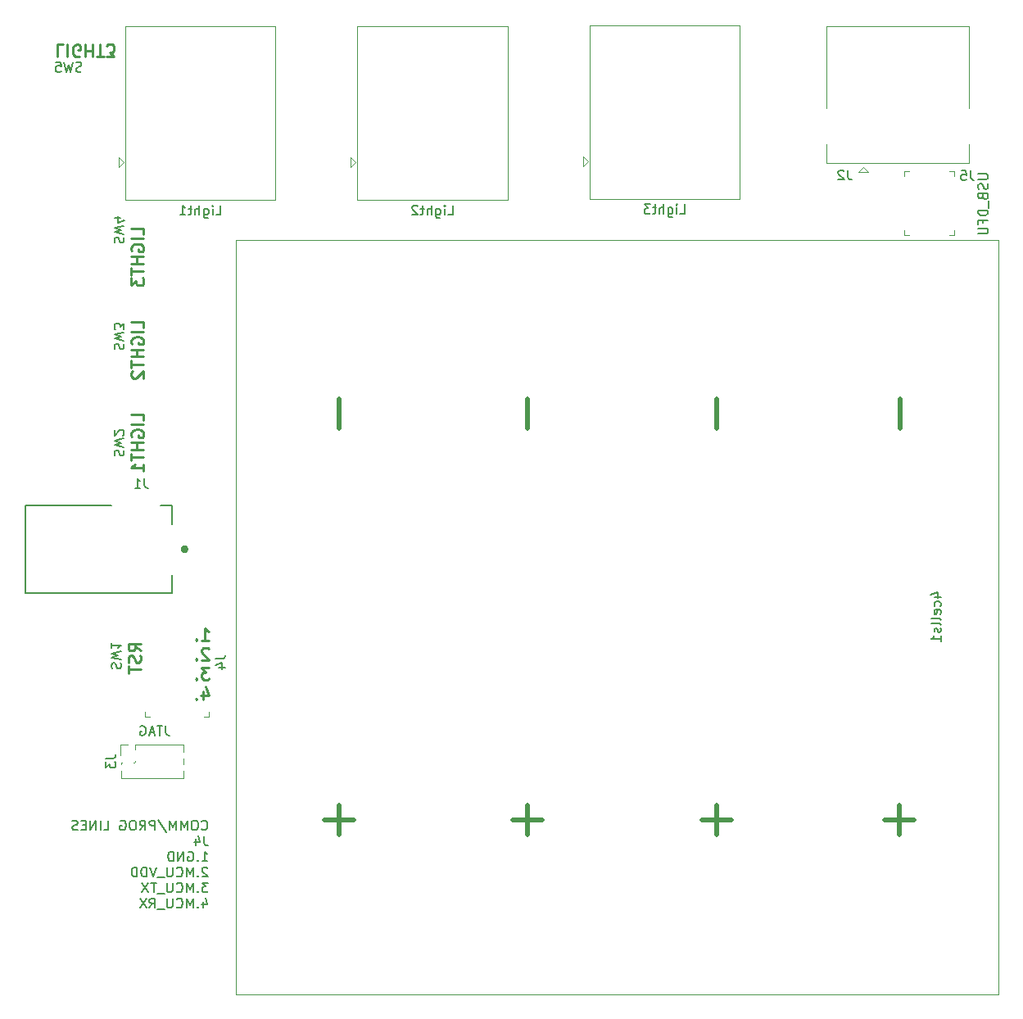
<source format=gbo>
G04 #@! TF.GenerationSoftware,KiCad,Pcbnew,(6.0.6)*
G04 #@! TF.CreationDate,2023-10-25T22:22:06+02:00*
G04 #@! TF.ProjectId,SHS_DCDC,5348535f-4443-4444-932e-6b696361645f,rev?*
G04 #@! TF.SameCoordinates,Original*
G04 #@! TF.FileFunction,Legend,Bot*
G04 #@! TF.FilePolarity,Positive*
%FSLAX46Y46*%
G04 Gerber Fmt 4.6, Leading zero omitted, Abs format (unit mm)*
G04 Created by KiCad (PCBNEW (6.0.6)) date 2023-10-25 22:22:06*
%MOMM*%
%LPD*%
G01*
G04 APERTURE LIST*
%ADD10C,0.200000*%
%ADD11C,0.250000*%
%ADD12C,0.150000*%
%ADD13C,0.500000*%
%ADD14C,0.120000*%
%ADD15C,0.127000*%
%ADD16C,0.400000*%
%ADD17C,0.100000*%
%ADD18C,2.700000*%
%ADD19C,0.610000*%
%ADD20R,1.524000X1.524000*%
%ADD21C,1.524000*%
%ADD22C,3.500000*%
%ADD23C,2.200000*%
%ADD24O,2.000000X4.000000*%
%ADD25O,4.000000X2.000000*%
%ADD26C,2.000000*%
%ADD27C,2.600000*%
%ADD28R,1.000000X1.000000*%
%ADD29O,1.000000X1.000000*%
%ADD30C,3.200000*%
%ADD31R,1.500000X1.500000*%
%ADD32C,1.500000*%
%ADD33C,2.020000*%
%ADD34C,3.600000*%
G04 APERTURE END LIST*
D10*
X12866666Y-71252380D02*
X12866666Y-71966666D01*
X12914285Y-72109523D01*
X13009523Y-72204761D01*
X13152380Y-72252380D01*
X13247619Y-72252380D01*
X12533333Y-71252380D02*
X11961904Y-71252380D01*
X12247619Y-72252380D02*
X12247619Y-71252380D01*
X11676190Y-71966666D02*
X11200000Y-71966666D01*
X11771428Y-72252380D02*
X11438095Y-71252380D01*
X11104761Y-72252380D01*
X10247619Y-71300000D02*
X10342857Y-71252380D01*
X10485714Y-71252380D01*
X10628571Y-71300000D01*
X10723809Y-71395238D01*
X10771428Y-71490476D01*
X10819047Y-71680952D01*
X10819047Y-71823809D01*
X10771428Y-72014285D01*
X10723809Y-72109523D01*
X10628571Y-72204761D01*
X10485714Y-72252380D01*
X10390476Y-72252380D01*
X10247619Y-72204761D01*
X10200000Y-72157142D01*
X10200000Y-71823809D01*
X10390476Y-71823809D01*
D11*
X2269642Y-825476D02*
X1664880Y-825476D01*
X1664880Y-2095476D01*
X2692976Y-825476D02*
X2692976Y-2095476D01*
X3962976Y-2035000D02*
X3842023Y-2095476D01*
X3660595Y-2095476D01*
X3479166Y-2035000D01*
X3358214Y-1914047D01*
X3297738Y-1793095D01*
X3237261Y-1551190D01*
X3237261Y-1369761D01*
X3297738Y-1127857D01*
X3358214Y-1006904D01*
X3479166Y-885952D01*
X3660595Y-825476D01*
X3781547Y-825476D01*
X3962976Y-885952D01*
X4023452Y-946428D01*
X4023452Y-1369761D01*
X3781547Y-1369761D01*
X4567738Y-825476D02*
X4567738Y-2095476D01*
X4567738Y-1490714D02*
X5293452Y-1490714D01*
X5293452Y-825476D02*
X5293452Y-2095476D01*
X5716785Y-2095476D02*
X6442500Y-2095476D01*
X6079642Y-825476D02*
X6079642Y-2095476D01*
X6744880Y-2095476D02*
X7531071Y-2095476D01*
X7107738Y-1611666D01*
X7289166Y-1611666D01*
X7410119Y-1551190D01*
X7470595Y-1490714D01*
X7531071Y-1369761D01*
X7531071Y-1067380D01*
X7470595Y-946428D01*
X7410119Y-885952D01*
X7289166Y-825476D01*
X6926309Y-825476D01*
X6805357Y-885952D01*
X6744880Y-946428D01*
D10*
X16560476Y-81932142D02*
X16608095Y-81979761D01*
X16750952Y-82027380D01*
X16846190Y-82027380D01*
X16989047Y-81979761D01*
X17084285Y-81884523D01*
X17131904Y-81789285D01*
X17179523Y-81598809D01*
X17179523Y-81455952D01*
X17131904Y-81265476D01*
X17084285Y-81170238D01*
X16989047Y-81075000D01*
X16846190Y-81027380D01*
X16750952Y-81027380D01*
X16608095Y-81075000D01*
X16560476Y-81122619D01*
X15941428Y-81027380D02*
X15750952Y-81027380D01*
X15655714Y-81075000D01*
X15560476Y-81170238D01*
X15512857Y-81360714D01*
X15512857Y-81694047D01*
X15560476Y-81884523D01*
X15655714Y-81979761D01*
X15750952Y-82027380D01*
X15941428Y-82027380D01*
X16036666Y-81979761D01*
X16131904Y-81884523D01*
X16179523Y-81694047D01*
X16179523Y-81360714D01*
X16131904Y-81170238D01*
X16036666Y-81075000D01*
X15941428Y-81027380D01*
X15084285Y-82027380D02*
X15084285Y-81027380D01*
X14750952Y-81741666D01*
X14417619Y-81027380D01*
X14417619Y-82027380D01*
X13941428Y-82027380D02*
X13941428Y-81027380D01*
X13608095Y-81741666D01*
X13274761Y-81027380D01*
X13274761Y-82027380D01*
X12084285Y-80979761D02*
X12941428Y-82265476D01*
X11750952Y-82027380D02*
X11750952Y-81027380D01*
X11370000Y-81027380D01*
X11274761Y-81075000D01*
X11227142Y-81122619D01*
X11179523Y-81217857D01*
X11179523Y-81360714D01*
X11227142Y-81455952D01*
X11274761Y-81503571D01*
X11370000Y-81551190D01*
X11750952Y-81551190D01*
X10179523Y-82027380D02*
X10512857Y-81551190D01*
X10750952Y-82027380D02*
X10750952Y-81027380D01*
X10370000Y-81027380D01*
X10274761Y-81075000D01*
X10227142Y-81122619D01*
X10179523Y-81217857D01*
X10179523Y-81360714D01*
X10227142Y-81455952D01*
X10274761Y-81503571D01*
X10370000Y-81551190D01*
X10750952Y-81551190D01*
X9560476Y-81027380D02*
X9370000Y-81027380D01*
X9274761Y-81075000D01*
X9179523Y-81170238D01*
X9131904Y-81360714D01*
X9131904Y-81694047D01*
X9179523Y-81884523D01*
X9274761Y-81979761D01*
X9370000Y-82027380D01*
X9560476Y-82027380D01*
X9655714Y-81979761D01*
X9750952Y-81884523D01*
X9798571Y-81694047D01*
X9798571Y-81360714D01*
X9750952Y-81170238D01*
X9655714Y-81075000D01*
X9560476Y-81027380D01*
X8179523Y-81075000D02*
X8274761Y-81027380D01*
X8417619Y-81027380D01*
X8560476Y-81075000D01*
X8655714Y-81170238D01*
X8703333Y-81265476D01*
X8750952Y-81455952D01*
X8750952Y-81598809D01*
X8703333Y-81789285D01*
X8655714Y-81884523D01*
X8560476Y-81979761D01*
X8417619Y-82027380D01*
X8322380Y-82027380D01*
X8179523Y-81979761D01*
X8131904Y-81932142D01*
X8131904Y-81598809D01*
X8322380Y-81598809D01*
X6465238Y-82027380D02*
X6941428Y-82027380D01*
X6941428Y-81027380D01*
X6131904Y-82027380D02*
X6131904Y-81027380D01*
X5655714Y-82027380D02*
X5655714Y-81027380D01*
X5084285Y-82027380D01*
X5084285Y-81027380D01*
X4608095Y-81503571D02*
X4274761Y-81503571D01*
X4131904Y-82027380D02*
X4608095Y-82027380D01*
X4608095Y-81027380D01*
X4131904Y-81027380D01*
X3750952Y-81979761D02*
X3608095Y-82027380D01*
X3370000Y-82027380D01*
X3274761Y-81979761D01*
X3227142Y-81932142D01*
X3179523Y-81836904D01*
X3179523Y-81741666D01*
X3227142Y-81646428D01*
X3274761Y-81598809D01*
X3370000Y-81551190D01*
X3560476Y-81503571D01*
X3655714Y-81455952D01*
X3703333Y-81408333D01*
X3750952Y-81313095D01*
X3750952Y-81217857D01*
X3703333Y-81122619D01*
X3655714Y-81075000D01*
X3560476Y-81027380D01*
X3322380Y-81027380D01*
X3179523Y-81075000D01*
X16846190Y-82637380D02*
X16846190Y-83351666D01*
X16893809Y-83494523D01*
X16989047Y-83589761D01*
X17131904Y-83637380D01*
X17227142Y-83637380D01*
X15941428Y-82970714D02*
X15941428Y-83637380D01*
X16179523Y-82589761D02*
X16417619Y-83304047D01*
X15798571Y-83304047D01*
X16608095Y-85247380D02*
X17179523Y-85247380D01*
X16893809Y-85247380D02*
X16893809Y-84247380D01*
X16989047Y-84390238D01*
X17084285Y-84485476D01*
X17179523Y-84533095D01*
X16179523Y-85152142D02*
X16131904Y-85199761D01*
X16179523Y-85247380D01*
X16227142Y-85199761D01*
X16179523Y-85152142D01*
X16179523Y-85247380D01*
X15179523Y-84295000D02*
X15274761Y-84247380D01*
X15417619Y-84247380D01*
X15560476Y-84295000D01*
X15655714Y-84390238D01*
X15703333Y-84485476D01*
X15750952Y-84675952D01*
X15750952Y-84818809D01*
X15703333Y-85009285D01*
X15655714Y-85104523D01*
X15560476Y-85199761D01*
X15417619Y-85247380D01*
X15322380Y-85247380D01*
X15179523Y-85199761D01*
X15131904Y-85152142D01*
X15131904Y-84818809D01*
X15322380Y-84818809D01*
X14703333Y-85247380D02*
X14703333Y-84247380D01*
X14131904Y-85247380D01*
X14131904Y-84247380D01*
X13655714Y-85247380D02*
X13655714Y-84247380D01*
X13417619Y-84247380D01*
X13274761Y-84295000D01*
X13179523Y-84390238D01*
X13131904Y-84485476D01*
X13084285Y-84675952D01*
X13084285Y-84818809D01*
X13131904Y-85009285D01*
X13179523Y-85104523D01*
X13274761Y-85199761D01*
X13417619Y-85247380D01*
X13655714Y-85247380D01*
X17179523Y-85952619D02*
X17131904Y-85905000D01*
X17036666Y-85857380D01*
X16798571Y-85857380D01*
X16703333Y-85905000D01*
X16655714Y-85952619D01*
X16608095Y-86047857D01*
X16608095Y-86143095D01*
X16655714Y-86285952D01*
X17227142Y-86857380D01*
X16608095Y-86857380D01*
X16179523Y-86762142D02*
X16131904Y-86809761D01*
X16179523Y-86857380D01*
X16227142Y-86809761D01*
X16179523Y-86762142D01*
X16179523Y-86857380D01*
X15703333Y-86857380D02*
X15703333Y-85857380D01*
X15370000Y-86571666D01*
X15036666Y-85857380D01*
X15036666Y-86857380D01*
X13989047Y-86762142D02*
X14036666Y-86809761D01*
X14179523Y-86857380D01*
X14274761Y-86857380D01*
X14417619Y-86809761D01*
X14512857Y-86714523D01*
X14560476Y-86619285D01*
X14608095Y-86428809D01*
X14608095Y-86285952D01*
X14560476Y-86095476D01*
X14512857Y-86000238D01*
X14417619Y-85905000D01*
X14274761Y-85857380D01*
X14179523Y-85857380D01*
X14036666Y-85905000D01*
X13989047Y-85952619D01*
X13560476Y-85857380D02*
X13560476Y-86666904D01*
X13512857Y-86762142D01*
X13465238Y-86809761D01*
X13370000Y-86857380D01*
X13179523Y-86857380D01*
X13084285Y-86809761D01*
X13036666Y-86762142D01*
X12989047Y-86666904D01*
X12989047Y-85857380D01*
X12750952Y-86952619D02*
X11989047Y-86952619D01*
X11893809Y-85857380D02*
X11560476Y-86857380D01*
X11227142Y-85857380D01*
X10893809Y-86857380D02*
X10893809Y-85857380D01*
X10655714Y-85857380D01*
X10512857Y-85905000D01*
X10417619Y-86000238D01*
X10370000Y-86095476D01*
X10322380Y-86285952D01*
X10322380Y-86428809D01*
X10370000Y-86619285D01*
X10417619Y-86714523D01*
X10512857Y-86809761D01*
X10655714Y-86857380D01*
X10893809Y-86857380D01*
X9893809Y-86857380D02*
X9893809Y-85857380D01*
X9655714Y-85857380D01*
X9512857Y-85905000D01*
X9417619Y-86000238D01*
X9370000Y-86095476D01*
X9322380Y-86285952D01*
X9322380Y-86428809D01*
X9370000Y-86619285D01*
X9417619Y-86714523D01*
X9512857Y-86809761D01*
X9655714Y-86857380D01*
X9893809Y-86857380D01*
X17227142Y-87467380D02*
X16608095Y-87467380D01*
X16941428Y-87848333D01*
X16798571Y-87848333D01*
X16703333Y-87895952D01*
X16655714Y-87943571D01*
X16608095Y-88038809D01*
X16608095Y-88276904D01*
X16655714Y-88372142D01*
X16703333Y-88419761D01*
X16798571Y-88467380D01*
X17084285Y-88467380D01*
X17179523Y-88419761D01*
X17227142Y-88372142D01*
X16179523Y-88372142D02*
X16131904Y-88419761D01*
X16179523Y-88467380D01*
X16227142Y-88419761D01*
X16179523Y-88372142D01*
X16179523Y-88467380D01*
X15703333Y-88467380D02*
X15703333Y-87467380D01*
X15370000Y-88181666D01*
X15036666Y-87467380D01*
X15036666Y-88467380D01*
X13989047Y-88372142D02*
X14036666Y-88419761D01*
X14179523Y-88467380D01*
X14274761Y-88467380D01*
X14417619Y-88419761D01*
X14512857Y-88324523D01*
X14560476Y-88229285D01*
X14608095Y-88038809D01*
X14608095Y-87895952D01*
X14560476Y-87705476D01*
X14512857Y-87610238D01*
X14417619Y-87515000D01*
X14274761Y-87467380D01*
X14179523Y-87467380D01*
X14036666Y-87515000D01*
X13989047Y-87562619D01*
X13560476Y-87467380D02*
X13560476Y-88276904D01*
X13512857Y-88372142D01*
X13465238Y-88419761D01*
X13370000Y-88467380D01*
X13179523Y-88467380D01*
X13084285Y-88419761D01*
X13036666Y-88372142D01*
X12989047Y-88276904D01*
X12989047Y-87467380D01*
X12750952Y-88562619D02*
X11989047Y-88562619D01*
X11893809Y-87467380D02*
X11322380Y-87467380D01*
X11608095Y-88467380D02*
X11608095Y-87467380D01*
X11084285Y-87467380D02*
X10417619Y-88467380D01*
X10417619Y-87467380D02*
X11084285Y-88467380D01*
X16703333Y-89410714D02*
X16703333Y-90077380D01*
X16941428Y-89029761D02*
X17179523Y-89744047D01*
X16560476Y-89744047D01*
X16179523Y-89982142D02*
X16131904Y-90029761D01*
X16179523Y-90077380D01*
X16227142Y-90029761D01*
X16179523Y-89982142D01*
X16179523Y-90077380D01*
X15703333Y-90077380D02*
X15703333Y-89077380D01*
X15370000Y-89791666D01*
X15036666Y-89077380D01*
X15036666Y-90077380D01*
X13989047Y-89982142D02*
X14036666Y-90029761D01*
X14179523Y-90077380D01*
X14274761Y-90077380D01*
X14417619Y-90029761D01*
X14512857Y-89934523D01*
X14560476Y-89839285D01*
X14608095Y-89648809D01*
X14608095Y-89505952D01*
X14560476Y-89315476D01*
X14512857Y-89220238D01*
X14417619Y-89125000D01*
X14274761Y-89077380D01*
X14179523Y-89077380D01*
X14036666Y-89125000D01*
X13989047Y-89172619D01*
X13560476Y-89077380D02*
X13560476Y-89886904D01*
X13512857Y-89982142D01*
X13465238Y-90029761D01*
X13370000Y-90077380D01*
X13179523Y-90077380D01*
X13084285Y-90029761D01*
X13036666Y-89982142D01*
X12989047Y-89886904D01*
X12989047Y-89077380D01*
X12750952Y-90172619D02*
X11989047Y-90172619D01*
X11179523Y-90077380D02*
X11512857Y-89601190D01*
X11750952Y-90077380D02*
X11750952Y-89077380D01*
X11370000Y-89077380D01*
X11274761Y-89125000D01*
X11227142Y-89172619D01*
X11179523Y-89267857D01*
X11179523Y-89410714D01*
X11227142Y-89505952D01*
X11274761Y-89553571D01*
X11370000Y-89601190D01*
X11750952Y-89601190D01*
X10846190Y-89077380D02*
X10179523Y-90077380D01*
X10179523Y-89077380D02*
X10846190Y-90077380D01*
D11*
X10574523Y-30069642D02*
X10574523Y-29464880D01*
X9304523Y-29464880D01*
X10574523Y-30492976D02*
X9304523Y-30492976D01*
X9365000Y-31762976D02*
X9304523Y-31642023D01*
X9304523Y-31460595D01*
X9365000Y-31279166D01*
X9485952Y-31158214D01*
X9606904Y-31097738D01*
X9848809Y-31037261D01*
X10030238Y-31037261D01*
X10272142Y-31097738D01*
X10393095Y-31158214D01*
X10514047Y-31279166D01*
X10574523Y-31460595D01*
X10574523Y-31581547D01*
X10514047Y-31762976D01*
X10453571Y-31823452D01*
X10030238Y-31823452D01*
X10030238Y-31581547D01*
X10574523Y-32367738D02*
X9304523Y-32367738D01*
X9909285Y-32367738D02*
X9909285Y-33093452D01*
X10574523Y-33093452D02*
X9304523Y-33093452D01*
X9304523Y-33516785D02*
X9304523Y-34242500D01*
X10574523Y-33879642D02*
X9304523Y-33879642D01*
X9425476Y-34605357D02*
X9365000Y-34665833D01*
X9304523Y-34786785D01*
X9304523Y-35089166D01*
X9365000Y-35210119D01*
X9425476Y-35270595D01*
X9546428Y-35331071D01*
X9667380Y-35331071D01*
X9848809Y-35270595D01*
X10574523Y-34544880D01*
X10574523Y-35331071D01*
X16569880Y-62407473D02*
X17295595Y-62407473D01*
X16932738Y-62407473D02*
X16932738Y-61137473D01*
X17053690Y-61318902D01*
X17174642Y-61439854D01*
X17295595Y-61500330D01*
X16025595Y-62286521D02*
X15965119Y-62346997D01*
X16025595Y-62407473D01*
X16086071Y-62346997D01*
X16025595Y-62286521D01*
X16025595Y-62407473D01*
X17295595Y-63303126D02*
X17235119Y-63242650D01*
X17114166Y-63182173D01*
X16811785Y-63182173D01*
X16690833Y-63242650D01*
X16630357Y-63303126D01*
X16569880Y-63424078D01*
X16569880Y-63545030D01*
X16630357Y-63726459D01*
X17356071Y-64452173D01*
X16569880Y-64452173D01*
X16025595Y-64331221D02*
X15965119Y-64391697D01*
X16025595Y-64452173D01*
X16086071Y-64391697D01*
X16025595Y-64331221D01*
X16025595Y-64452173D01*
X17356071Y-65226873D02*
X16569880Y-65226873D01*
X16993214Y-65710683D01*
X16811785Y-65710683D01*
X16690833Y-65771159D01*
X16630357Y-65831635D01*
X16569880Y-65952588D01*
X16569880Y-66254969D01*
X16630357Y-66375921D01*
X16690833Y-66436397D01*
X16811785Y-66496873D01*
X17174642Y-66496873D01*
X17295595Y-66436397D01*
X17356071Y-66375921D01*
X16025595Y-66375921D02*
X15965119Y-66436397D01*
X16025595Y-66496873D01*
X16086071Y-66436397D01*
X16025595Y-66375921D01*
X16025595Y-66496873D01*
X16690833Y-67694907D02*
X16690833Y-68541573D01*
X16993214Y-67211097D02*
X17295595Y-68118240D01*
X16509404Y-68118240D01*
X16025595Y-68420621D02*
X15965119Y-68481097D01*
X16025595Y-68541573D01*
X16086071Y-68481097D01*
X16025595Y-68420621D01*
X16025595Y-68541573D01*
D10*
X96852380Y-14204761D02*
X97661904Y-14204761D01*
X97757142Y-14252380D01*
X97804761Y-14300000D01*
X97852380Y-14395238D01*
X97852380Y-14585714D01*
X97804761Y-14680952D01*
X97757142Y-14728571D01*
X97661904Y-14776190D01*
X96852380Y-14776190D01*
X97804761Y-15204761D02*
X97852380Y-15347619D01*
X97852380Y-15585714D01*
X97804761Y-15680952D01*
X97757142Y-15728571D01*
X97661904Y-15776190D01*
X97566666Y-15776190D01*
X97471428Y-15728571D01*
X97423809Y-15680952D01*
X97376190Y-15585714D01*
X97328571Y-15395238D01*
X97280952Y-15300000D01*
X97233333Y-15252380D01*
X97138095Y-15204761D01*
X97042857Y-15204761D01*
X96947619Y-15252380D01*
X96900000Y-15300000D01*
X96852380Y-15395238D01*
X96852380Y-15633333D01*
X96900000Y-15776190D01*
X97328571Y-16538095D02*
X97376190Y-16680952D01*
X97423809Y-16728571D01*
X97519047Y-16776190D01*
X97661904Y-16776190D01*
X97757142Y-16728571D01*
X97804761Y-16680952D01*
X97852380Y-16585714D01*
X97852380Y-16204761D01*
X96852380Y-16204761D01*
X96852380Y-16538095D01*
X96900000Y-16633333D01*
X96947619Y-16680952D01*
X97042857Y-16728571D01*
X97138095Y-16728571D01*
X97233333Y-16680952D01*
X97280952Y-16633333D01*
X97328571Y-16538095D01*
X97328571Y-16204761D01*
X97947619Y-16966666D02*
X97947619Y-17728571D01*
X97852380Y-17966666D02*
X96852380Y-17966666D01*
X96852380Y-18204761D01*
X96900000Y-18347619D01*
X96995238Y-18442857D01*
X97090476Y-18490476D01*
X97280952Y-18538095D01*
X97423809Y-18538095D01*
X97614285Y-18490476D01*
X97709523Y-18442857D01*
X97804761Y-18347619D01*
X97852380Y-18204761D01*
X97852380Y-17966666D01*
X97328571Y-19300000D02*
X97328571Y-18966666D01*
X97852380Y-18966666D02*
X96852380Y-18966666D01*
X96852380Y-19442857D01*
X96852380Y-19823809D02*
X97661904Y-19823809D01*
X97757142Y-19871428D01*
X97804761Y-19919047D01*
X97852380Y-20014285D01*
X97852380Y-20204761D01*
X97804761Y-20300000D01*
X97757142Y-20347619D01*
X97661904Y-20395238D01*
X96852380Y-20395238D01*
D11*
X10274523Y-63490595D02*
X9669761Y-63067261D01*
X10274523Y-62764880D02*
X9004523Y-62764880D01*
X9004523Y-63248690D01*
X9065000Y-63369642D01*
X9125476Y-63430119D01*
X9246428Y-63490595D01*
X9427857Y-63490595D01*
X9548809Y-63430119D01*
X9609285Y-63369642D01*
X9669761Y-63248690D01*
X9669761Y-62764880D01*
X10214047Y-63974404D02*
X10274523Y-64155833D01*
X10274523Y-64458214D01*
X10214047Y-64579166D01*
X10153571Y-64639642D01*
X10032619Y-64700119D01*
X9911666Y-64700119D01*
X9790714Y-64639642D01*
X9730238Y-64579166D01*
X9669761Y-64458214D01*
X9609285Y-64216309D01*
X9548809Y-64095357D01*
X9488333Y-64034880D01*
X9367380Y-63974404D01*
X9246428Y-63974404D01*
X9125476Y-64034880D01*
X9065000Y-64095357D01*
X9004523Y-64216309D01*
X9004523Y-64518690D01*
X9065000Y-64700119D01*
X9004523Y-65062976D02*
X9004523Y-65788690D01*
X10274523Y-65425833D02*
X9004523Y-65425833D01*
X10574523Y-39669642D02*
X10574523Y-39064880D01*
X9304523Y-39064880D01*
X10574523Y-40092976D02*
X9304523Y-40092976D01*
X9365000Y-41362976D02*
X9304523Y-41242023D01*
X9304523Y-41060595D01*
X9365000Y-40879166D01*
X9485952Y-40758214D01*
X9606904Y-40697738D01*
X9848809Y-40637261D01*
X10030238Y-40637261D01*
X10272142Y-40697738D01*
X10393095Y-40758214D01*
X10514047Y-40879166D01*
X10574523Y-41060595D01*
X10574523Y-41181547D01*
X10514047Y-41362976D01*
X10453571Y-41423452D01*
X10030238Y-41423452D01*
X10030238Y-41181547D01*
X10574523Y-41967738D02*
X9304523Y-41967738D01*
X9909285Y-41967738D02*
X9909285Y-42693452D01*
X10574523Y-42693452D02*
X9304523Y-42693452D01*
X9304523Y-43116785D02*
X9304523Y-43842500D01*
X10574523Y-43479642D02*
X9304523Y-43479642D01*
X10574523Y-44931071D02*
X10574523Y-44205357D01*
X10574523Y-44568214D02*
X9304523Y-44568214D01*
X9485952Y-44447261D01*
X9606904Y-44326309D01*
X9667380Y-44205357D01*
X10574523Y-20469642D02*
X10574523Y-19864880D01*
X9304523Y-19864880D01*
X10574523Y-20892976D02*
X9304523Y-20892976D01*
X9365000Y-22162976D02*
X9304523Y-22042023D01*
X9304523Y-21860595D01*
X9365000Y-21679166D01*
X9485952Y-21558214D01*
X9606904Y-21497738D01*
X9848809Y-21437261D01*
X10030238Y-21437261D01*
X10272142Y-21497738D01*
X10393095Y-21558214D01*
X10514047Y-21679166D01*
X10574523Y-21860595D01*
X10574523Y-21981547D01*
X10514047Y-22162976D01*
X10453571Y-22223452D01*
X10030238Y-22223452D01*
X10030238Y-21981547D01*
X10574523Y-22767738D02*
X9304523Y-22767738D01*
X9909285Y-22767738D02*
X9909285Y-23493452D01*
X10574523Y-23493452D02*
X9304523Y-23493452D01*
X9304523Y-23916785D02*
X9304523Y-24642500D01*
X10574523Y-24279642D02*
X9304523Y-24279642D01*
X9304523Y-24944880D02*
X9304523Y-25731071D01*
X9788333Y-25307738D01*
X9788333Y-25489166D01*
X9848809Y-25610119D01*
X9909285Y-25670595D01*
X10030238Y-25731071D01*
X10332619Y-25731071D01*
X10453571Y-25670595D01*
X10514047Y-25610119D01*
X10574523Y-25489166D01*
X10574523Y-25126309D01*
X10514047Y-25005357D01*
X10453571Y-24944880D01*
D12*
X83383333Y-13802380D02*
X83383333Y-14516666D01*
X83430952Y-14659523D01*
X83526190Y-14754761D01*
X83669047Y-14802380D01*
X83764285Y-14802380D01*
X82954761Y-13897619D02*
X82907142Y-13850000D01*
X82811904Y-13802380D01*
X82573809Y-13802380D01*
X82478571Y-13850000D01*
X82430952Y-13897619D01*
X82383333Y-13992857D01*
X82383333Y-14088095D01*
X82430952Y-14230952D01*
X83002380Y-14802380D01*
X82383333Y-14802380D01*
X10658868Y-45680700D02*
X10658868Y-46395638D01*
X10706531Y-46538626D01*
X10801856Y-46633951D01*
X10944843Y-46681613D01*
X11040168Y-46681613D01*
X9657955Y-46681613D02*
X10229905Y-46681613D01*
X9943930Y-46681613D02*
X9943930Y-45680700D01*
X10039255Y-45823688D01*
X10134580Y-45919013D01*
X10229905Y-45966676D01*
X7595238Y-32333333D02*
X7547619Y-32190476D01*
X7547619Y-31952380D01*
X7595238Y-31857142D01*
X7642857Y-31809523D01*
X7738095Y-31761904D01*
X7833333Y-31761904D01*
X7928571Y-31809523D01*
X7976190Y-31857142D01*
X8023809Y-31952380D01*
X8071428Y-32142857D01*
X8119047Y-32238095D01*
X8166666Y-32285714D01*
X8261904Y-32333333D01*
X8357142Y-32333333D01*
X8452380Y-32285714D01*
X8500000Y-32238095D01*
X8547619Y-32142857D01*
X8547619Y-31904761D01*
X8500000Y-31761904D01*
X8547619Y-31428571D02*
X7547619Y-31190476D01*
X8261904Y-31000000D01*
X7547619Y-30809523D01*
X8547619Y-30571428D01*
X8547619Y-30285714D02*
X8547619Y-29666666D01*
X8166666Y-30000000D01*
X8166666Y-29857142D01*
X8119047Y-29761904D01*
X8071428Y-29714285D01*
X7976190Y-29666666D01*
X7738095Y-29666666D01*
X7642857Y-29714285D01*
X7595238Y-29761904D01*
X7547619Y-29857142D01*
X7547619Y-30142857D01*
X7595238Y-30238095D01*
X7642857Y-30285714D01*
X6687380Y-74601666D02*
X7401666Y-74601666D01*
X7544523Y-74554047D01*
X7639761Y-74458809D01*
X7687380Y-74315952D01*
X7687380Y-74220714D01*
X6687380Y-74982619D02*
X6687380Y-75601666D01*
X7068333Y-75268333D01*
X7068333Y-75411190D01*
X7115952Y-75506428D01*
X7163571Y-75554047D01*
X7258809Y-75601666D01*
X7496904Y-75601666D01*
X7592142Y-75554047D01*
X7639761Y-75506428D01*
X7687380Y-75411190D01*
X7687380Y-75125476D01*
X7639761Y-75030238D01*
X7592142Y-74982619D01*
X7595238Y-21333333D02*
X7547619Y-21190476D01*
X7547619Y-20952380D01*
X7595238Y-20857142D01*
X7642857Y-20809523D01*
X7738095Y-20761904D01*
X7833333Y-20761904D01*
X7928571Y-20809523D01*
X7976190Y-20857142D01*
X8023809Y-20952380D01*
X8071428Y-21142857D01*
X8119047Y-21238095D01*
X8166666Y-21285714D01*
X8261904Y-21333333D01*
X8357142Y-21333333D01*
X8452380Y-21285714D01*
X8500000Y-21238095D01*
X8547619Y-21142857D01*
X8547619Y-20904761D01*
X8500000Y-20761904D01*
X8547619Y-20428571D02*
X7547619Y-20190476D01*
X8261904Y-20000000D01*
X7547619Y-19809523D01*
X8547619Y-19571428D01*
X8214285Y-18761904D02*
X7547619Y-18761904D01*
X8595238Y-19000000D02*
X7880952Y-19238095D01*
X7880952Y-18619047D01*
X18040238Y-18452380D02*
X18516428Y-18452380D01*
X18516428Y-17452380D01*
X17706904Y-18452380D02*
X17706904Y-17785714D01*
X17706904Y-17452380D02*
X17754523Y-17500000D01*
X17706904Y-17547619D01*
X17659285Y-17500000D01*
X17706904Y-17452380D01*
X17706904Y-17547619D01*
X16802142Y-17785714D02*
X16802142Y-18595238D01*
X16849761Y-18690476D01*
X16897380Y-18738095D01*
X16992619Y-18785714D01*
X17135476Y-18785714D01*
X17230714Y-18738095D01*
X16802142Y-18404761D02*
X16897380Y-18452380D01*
X17087857Y-18452380D01*
X17183095Y-18404761D01*
X17230714Y-18357142D01*
X17278333Y-18261904D01*
X17278333Y-17976190D01*
X17230714Y-17880952D01*
X17183095Y-17833333D01*
X17087857Y-17785714D01*
X16897380Y-17785714D01*
X16802142Y-17833333D01*
X16325952Y-18452380D02*
X16325952Y-17452380D01*
X15897380Y-18452380D02*
X15897380Y-17928571D01*
X15945000Y-17833333D01*
X16040238Y-17785714D01*
X16183095Y-17785714D01*
X16278333Y-17833333D01*
X16325952Y-17880952D01*
X15564047Y-17785714D02*
X15183095Y-17785714D01*
X15421190Y-17452380D02*
X15421190Y-18309523D01*
X15373571Y-18404761D01*
X15278333Y-18452380D01*
X15183095Y-18452380D01*
X14325952Y-18452380D02*
X14897380Y-18452380D01*
X14611666Y-18452380D02*
X14611666Y-17452380D01*
X14706904Y-17595238D01*
X14802142Y-17690476D01*
X14897380Y-17738095D01*
X96058333Y-13852380D02*
X96058333Y-14566666D01*
X96105952Y-14709523D01*
X96201190Y-14804761D01*
X96344047Y-14852380D01*
X96439285Y-14852380D01*
X95105952Y-13852380D02*
X95582142Y-13852380D01*
X95629761Y-14328571D01*
X95582142Y-14280952D01*
X95486904Y-14233333D01*
X95248809Y-14233333D01*
X95153571Y-14280952D01*
X95105952Y-14328571D01*
X95058333Y-14423809D01*
X95058333Y-14661904D01*
X95105952Y-14757142D01*
X95153571Y-14804761D01*
X95248809Y-14852380D01*
X95486904Y-14852380D01*
X95582142Y-14804761D01*
X95629761Y-14757142D01*
X42040238Y-18452380D02*
X42516428Y-18452380D01*
X42516428Y-17452380D01*
X41706904Y-18452380D02*
X41706904Y-17785714D01*
X41706904Y-17452380D02*
X41754523Y-17500000D01*
X41706904Y-17547619D01*
X41659285Y-17500000D01*
X41706904Y-17452380D01*
X41706904Y-17547619D01*
X40802142Y-17785714D02*
X40802142Y-18595238D01*
X40849761Y-18690476D01*
X40897380Y-18738095D01*
X40992619Y-18785714D01*
X41135476Y-18785714D01*
X41230714Y-18738095D01*
X40802142Y-18404761D02*
X40897380Y-18452380D01*
X41087857Y-18452380D01*
X41183095Y-18404761D01*
X41230714Y-18357142D01*
X41278333Y-18261904D01*
X41278333Y-17976190D01*
X41230714Y-17880952D01*
X41183095Y-17833333D01*
X41087857Y-17785714D01*
X40897380Y-17785714D01*
X40802142Y-17833333D01*
X40325952Y-18452380D02*
X40325952Y-17452380D01*
X39897380Y-18452380D02*
X39897380Y-17928571D01*
X39945000Y-17833333D01*
X40040238Y-17785714D01*
X40183095Y-17785714D01*
X40278333Y-17833333D01*
X40325952Y-17880952D01*
X39564047Y-17785714D02*
X39183095Y-17785714D01*
X39421190Y-17452380D02*
X39421190Y-18309523D01*
X39373571Y-18404761D01*
X39278333Y-18452380D01*
X39183095Y-18452380D01*
X38897380Y-17547619D02*
X38849761Y-17500000D01*
X38754523Y-17452380D01*
X38516428Y-17452380D01*
X38421190Y-17500000D01*
X38373571Y-17547619D01*
X38325952Y-17642857D01*
X38325952Y-17738095D01*
X38373571Y-17880952D01*
X38945000Y-18452380D01*
X38325952Y-18452380D01*
X4133333Y-3604761D02*
X3990476Y-3652380D01*
X3752380Y-3652380D01*
X3657142Y-3604761D01*
X3609523Y-3557142D01*
X3561904Y-3461904D01*
X3561904Y-3366666D01*
X3609523Y-3271428D01*
X3657142Y-3223809D01*
X3752380Y-3176190D01*
X3942857Y-3128571D01*
X4038095Y-3080952D01*
X4085714Y-3033333D01*
X4133333Y-2938095D01*
X4133333Y-2842857D01*
X4085714Y-2747619D01*
X4038095Y-2700000D01*
X3942857Y-2652380D01*
X3704761Y-2652380D01*
X3561904Y-2700000D01*
X3228571Y-2652380D02*
X2990476Y-3652380D01*
X2800000Y-2938095D01*
X2609523Y-3652380D01*
X2371428Y-2652380D01*
X1514285Y-2652380D02*
X1990476Y-2652380D01*
X2038095Y-3128571D01*
X1990476Y-3080952D01*
X1895238Y-3033333D01*
X1657142Y-3033333D01*
X1561904Y-3080952D01*
X1514285Y-3128571D01*
X1466666Y-3223809D01*
X1466666Y-3461904D01*
X1514285Y-3557142D01*
X1561904Y-3604761D01*
X1657142Y-3652380D01*
X1895238Y-3652380D01*
X1990476Y-3604761D01*
X2038095Y-3557142D01*
X7595238Y-43333333D02*
X7547619Y-43190476D01*
X7547619Y-42952380D01*
X7595238Y-42857142D01*
X7642857Y-42809523D01*
X7738095Y-42761904D01*
X7833333Y-42761904D01*
X7928571Y-42809523D01*
X7976190Y-42857142D01*
X8023809Y-42952380D01*
X8071428Y-43142857D01*
X8119047Y-43238095D01*
X8166666Y-43285714D01*
X8261904Y-43333333D01*
X8357142Y-43333333D01*
X8452380Y-43285714D01*
X8500000Y-43238095D01*
X8547619Y-43142857D01*
X8547619Y-42904761D01*
X8500000Y-42761904D01*
X8547619Y-42428571D02*
X7547619Y-42190476D01*
X8261904Y-42000000D01*
X7547619Y-41809523D01*
X8547619Y-41571428D01*
X8452380Y-41238095D02*
X8500000Y-41190476D01*
X8547619Y-41095238D01*
X8547619Y-40857142D01*
X8500000Y-40761904D01*
X8452380Y-40714285D01*
X8357142Y-40666666D01*
X8261904Y-40666666D01*
X8119047Y-40714285D01*
X7547619Y-41285714D01*
X7547619Y-40666666D01*
X7295238Y-65333333D02*
X7247619Y-65190476D01*
X7247619Y-64952380D01*
X7295238Y-64857142D01*
X7342857Y-64809523D01*
X7438095Y-64761904D01*
X7533333Y-64761904D01*
X7628571Y-64809523D01*
X7676190Y-64857142D01*
X7723809Y-64952380D01*
X7771428Y-65142857D01*
X7819047Y-65238095D01*
X7866666Y-65285714D01*
X7961904Y-65333333D01*
X8057142Y-65333333D01*
X8152380Y-65285714D01*
X8200000Y-65238095D01*
X8247619Y-65142857D01*
X8247619Y-64904761D01*
X8200000Y-64761904D01*
X8247619Y-64428571D02*
X7247619Y-64190476D01*
X7961904Y-64000000D01*
X7247619Y-63809523D01*
X8247619Y-63571428D01*
X7247619Y-62666666D02*
X7247619Y-63238095D01*
X7247619Y-62952380D02*
X8247619Y-62952380D01*
X8104761Y-63047619D01*
X8009523Y-63142857D01*
X7961904Y-63238095D01*
X18012380Y-64336666D02*
X18726666Y-64336666D01*
X18869523Y-64289047D01*
X18964761Y-64193809D01*
X19012380Y-64050952D01*
X19012380Y-63955714D01*
X18345714Y-65241428D02*
X19012380Y-65241428D01*
X17964761Y-65003333D02*
X18679047Y-64765238D01*
X18679047Y-65384285D01*
X66040238Y-18352380D02*
X66516428Y-18352380D01*
X66516428Y-17352380D01*
X65706904Y-18352380D02*
X65706904Y-17685714D01*
X65706904Y-17352380D02*
X65754523Y-17400000D01*
X65706904Y-17447619D01*
X65659285Y-17400000D01*
X65706904Y-17352380D01*
X65706904Y-17447619D01*
X64802142Y-17685714D02*
X64802142Y-18495238D01*
X64849761Y-18590476D01*
X64897380Y-18638095D01*
X64992619Y-18685714D01*
X65135476Y-18685714D01*
X65230714Y-18638095D01*
X64802142Y-18304761D02*
X64897380Y-18352380D01*
X65087857Y-18352380D01*
X65183095Y-18304761D01*
X65230714Y-18257142D01*
X65278333Y-18161904D01*
X65278333Y-17876190D01*
X65230714Y-17780952D01*
X65183095Y-17733333D01*
X65087857Y-17685714D01*
X64897380Y-17685714D01*
X64802142Y-17733333D01*
X64325952Y-18352380D02*
X64325952Y-17352380D01*
X63897380Y-18352380D02*
X63897380Y-17828571D01*
X63945000Y-17733333D01*
X64040238Y-17685714D01*
X64183095Y-17685714D01*
X64278333Y-17733333D01*
X64325952Y-17780952D01*
X63564047Y-17685714D02*
X63183095Y-17685714D01*
X63421190Y-17352380D02*
X63421190Y-18209523D01*
X63373571Y-18304761D01*
X63278333Y-18352380D01*
X63183095Y-18352380D01*
X62945000Y-17352380D02*
X62325952Y-17352380D01*
X62659285Y-17733333D01*
X62516428Y-17733333D01*
X62421190Y-17780952D01*
X62373571Y-17828571D01*
X62325952Y-17923809D01*
X62325952Y-18161904D01*
X62373571Y-18257142D01*
X62421190Y-18304761D01*
X62516428Y-18352380D01*
X62802142Y-18352380D01*
X62897380Y-18304761D01*
X62945000Y-18257142D01*
X92305714Y-57928571D02*
X92972380Y-57928571D01*
X91924761Y-57690476D02*
X92639047Y-57452380D01*
X92639047Y-58071428D01*
X92924761Y-58880952D02*
X92972380Y-58785714D01*
X92972380Y-58595238D01*
X92924761Y-58500000D01*
X92877142Y-58452380D01*
X92781904Y-58404761D01*
X92496190Y-58404761D01*
X92400952Y-58452380D01*
X92353333Y-58500000D01*
X92305714Y-58595238D01*
X92305714Y-58785714D01*
X92353333Y-58880952D01*
X92924761Y-59690476D02*
X92972380Y-59595238D01*
X92972380Y-59404761D01*
X92924761Y-59309523D01*
X92829523Y-59261904D01*
X92448571Y-59261904D01*
X92353333Y-59309523D01*
X92305714Y-59404761D01*
X92305714Y-59595238D01*
X92353333Y-59690476D01*
X92448571Y-59738095D01*
X92543809Y-59738095D01*
X92639047Y-59261904D01*
X92972380Y-60309523D02*
X92924761Y-60214285D01*
X92829523Y-60166666D01*
X91972380Y-60166666D01*
X92972380Y-60833333D02*
X92924761Y-60738095D01*
X92829523Y-60690476D01*
X91972380Y-60690476D01*
X92924761Y-61166666D02*
X92972380Y-61261904D01*
X92972380Y-61452380D01*
X92924761Y-61547619D01*
X92829523Y-61595238D01*
X92781904Y-61595238D01*
X92686666Y-61547619D01*
X92639047Y-61452380D01*
X92639047Y-61309523D01*
X92591428Y-61214285D01*
X92496190Y-61166666D01*
X92448571Y-61166666D01*
X92353333Y-61214285D01*
X92305714Y-61309523D01*
X92305714Y-61452380D01*
X92353333Y-61547619D01*
X92972380Y-62547619D02*
X92972380Y-61976190D01*
X92972380Y-62261904D02*
X91972380Y-62261904D01*
X92115238Y-62166666D01*
X92210476Y-62071428D01*
X92258095Y-61976190D01*
D13*
X69785714Y-37476190D02*
X69785714Y-40523809D01*
X50285714Y-37476190D02*
X50285714Y-40523809D01*
X30785714Y-37476190D02*
X30785714Y-40523809D01*
X69785714Y-79476190D02*
X69785714Y-82523809D01*
X71309523Y-81000000D02*
X68261904Y-81000000D01*
X88685714Y-79476190D02*
X88685714Y-82523809D01*
X90209523Y-81000000D02*
X87161904Y-81000000D01*
X30785714Y-79476190D02*
X30785714Y-82523809D01*
X32309523Y-81000000D02*
X29261904Y-81000000D01*
X50285714Y-79476190D02*
X50285714Y-82523809D01*
X51809523Y-81000000D02*
X48761904Y-81000000D01*
X88785714Y-37476190D02*
X88785714Y-40523809D01*
D14*
X84500000Y-14000000D02*
X85000000Y-13500000D01*
X95860000Y-7440000D02*
X95860000Y1100000D01*
X81140000Y1100000D02*
X95860000Y1100000D01*
X81140000Y-7440000D02*
X81140000Y1100000D01*
X85000000Y-13500000D02*
X85500000Y-14000000D01*
X85500000Y-14000000D02*
X84500000Y-14000000D01*
X95860000Y-11140000D02*
X95860000Y-13120000D01*
X81140000Y-13120000D02*
X95860000Y-13120000D01*
X81140000Y-13120000D02*
X81140000Y-11140000D01*
D15*
X7262500Y-48500000D02*
X-1687500Y-48500000D01*
X13512500Y-50450000D02*
X13512500Y-48500000D01*
X13512500Y-48500000D02*
X12362500Y-48500000D01*
X-1687500Y-57500000D02*
X13512500Y-57500000D01*
X13512500Y-57500000D02*
X13512500Y-55650000D01*
X-1687500Y-48500000D02*
X-1687500Y-57500000D01*
D16*
X15012500Y-53000000D02*
G75*
G03*
X15012500Y-53000000I-200000J0D01*
G01*
D14*
X8366529Y-75060000D02*
X8235000Y-75060000D01*
X8235000Y-75060000D02*
X8235000Y-75262470D01*
X9690000Y-74863471D02*
X9690000Y-75006529D01*
X8235000Y-76700000D02*
X14705000Y-76700000D01*
X8930000Y-73170000D02*
X8170000Y-73170000D01*
X14705000Y-75877530D02*
X14705000Y-76700000D01*
X9690000Y-73170000D02*
X14705000Y-73170000D01*
X9636529Y-75060000D02*
X9493471Y-75060000D01*
X8170000Y-73170000D02*
X8170000Y-74300000D01*
X14705000Y-74607530D02*
X14705000Y-75262470D01*
X8235000Y-75877530D02*
X8235000Y-76700000D01*
X9690000Y-73170000D02*
X9690000Y-73736529D01*
X14705000Y-73170000D02*
X14705000Y-73992470D01*
X8000000Y-12500000D02*
X8500000Y-13000000D01*
X24205000Y-16880000D02*
X24205000Y1080000D01*
X8685000Y-16880000D02*
X8685000Y1080000D01*
X8000000Y-13500000D02*
X8000000Y-12500000D01*
X8685000Y1080000D02*
X24205000Y1080000D01*
X8500000Y-13000000D02*
X8000000Y-13500000D01*
X24205000Y-16880000D02*
X8685000Y-16880000D01*
D17*
X89225000Y-13920000D02*
X89225000Y-14420000D01*
X94365000Y-20500000D02*
X93865000Y-20500000D01*
X89225000Y-13920000D02*
X89725000Y-13920000D01*
X89215000Y-20490000D02*
X89215000Y-19990000D01*
X89215000Y-20490000D02*
X89715000Y-20490000D01*
X94365000Y-13900000D02*
X94365000Y-14400000D01*
X94365000Y-20500000D02*
X94365000Y-20000000D01*
X94365000Y-13900000D02*
X93865000Y-13900000D01*
D14*
X32685000Y-16880000D02*
X32685000Y1080000D01*
X32000000Y-13500000D02*
X32000000Y-12500000D01*
X48205000Y-16880000D02*
X32685000Y-16880000D01*
X32500000Y-13000000D02*
X32000000Y-13500000D01*
X48205000Y-16880000D02*
X48205000Y1080000D01*
X32685000Y1080000D02*
X48205000Y1080000D01*
X32000000Y-12500000D02*
X32500000Y-13000000D01*
D17*
X10700000Y-70300000D02*
X11200000Y-70300000D01*
X10700000Y-70300000D02*
X10700000Y-69800000D01*
X17300000Y-70300000D02*
X17300000Y-69800000D01*
X17300000Y-70300000D02*
X16800000Y-70300000D01*
D14*
X72205000Y-16780000D02*
X72205000Y1180000D01*
X56000000Y-12400000D02*
X56500000Y-12900000D01*
X56685000Y1180000D02*
X72205000Y1180000D01*
X56000000Y-13400000D02*
X56000000Y-12400000D01*
X56500000Y-12900000D02*
X56000000Y-13400000D01*
X72205000Y-16780000D02*
X56685000Y-16780000D01*
X56685000Y-16780000D02*
X56685000Y1180000D01*
X20080000Y-98990000D02*
X98920000Y-98990000D01*
X20080000Y-21010000D02*
X20080000Y-98990000D01*
X98920000Y-98990000D02*
X98920000Y-21010000D01*
X98920000Y-21010000D02*
X20080000Y-21010000D01*
%LPC*%
D18*
X76500000Y-17000000D03*
X52500000Y-17000000D03*
X28500000Y-17000000D03*
D19*
X38050000Y-86950000D03*
X33950000Y-91050000D03*
X38050000Y-80950000D03*
X33950000Y-85050000D03*
D20*
X85000000Y-12000000D03*
D21*
X87500000Y-12000000D03*
X89500000Y-12000000D03*
X92000000Y-12000000D03*
D22*
X81930000Y-9290000D03*
X95070000Y-9290000D03*
D23*
X2312500Y-53000000D03*
D24*
X12812500Y-53000000D03*
X6812500Y-53000000D03*
D25*
X9812500Y-48300000D03*
D26*
X3000000Y-33250000D03*
X3000000Y-28750000D03*
D27*
X5500000Y-34500000D03*
X5500000Y-27500000D03*
D28*
X8930000Y-74300000D03*
D29*
X8930000Y-75570000D03*
X10200000Y-74300000D03*
X10200000Y-75570000D03*
X11470000Y-74300000D03*
X11470000Y-75570000D03*
X12740000Y-74300000D03*
X12740000Y-75570000D03*
X14010000Y-74300000D03*
X14010000Y-75570000D03*
D26*
X3000000Y-22250000D03*
X3000000Y-17750000D03*
D27*
X5500000Y-23500000D03*
X5500000Y-16500000D03*
D30*
X22160000Y-6650000D03*
X10730000Y-6650000D03*
D31*
X12000000Y-13000000D03*
D32*
X13270000Y-15540000D03*
X14540000Y-13000000D03*
X15810000Y-15540000D03*
X17080000Y-13000000D03*
X18350000Y-15540000D03*
X19620000Y-13000000D03*
X20890000Y-15540000D03*
D33*
X93065000Y-17200000D03*
X90525000Y-17200000D03*
D30*
X34730000Y-6650000D03*
X46160000Y-6650000D03*
D31*
X36000000Y-13000000D03*
D32*
X37270000Y-15540000D03*
X38540000Y-13000000D03*
X39810000Y-15540000D03*
X41080000Y-13000000D03*
X42350000Y-15540000D03*
X43620000Y-13000000D03*
X44890000Y-15540000D03*
D26*
X3000000Y-11250000D03*
X3000000Y-6750000D03*
D27*
X5500000Y-12500000D03*
X5500000Y-5500000D03*
D26*
X3000000Y-44250000D03*
X3000000Y-39750000D03*
D27*
X5500000Y-45500000D03*
X5500000Y-38500000D03*
D26*
X3000000Y-66250000D03*
X3000000Y-61750000D03*
D27*
X5500000Y-67500000D03*
X5500000Y-60500000D03*
D33*
X14000000Y-69000000D03*
X14000000Y-66460000D03*
X14000000Y-63920000D03*
X14000000Y-61380000D03*
D30*
X58730000Y-6550000D03*
X70160000Y-6550000D03*
D31*
X60000000Y-12900000D03*
D32*
X61270000Y-15440000D03*
X62540000Y-12900000D03*
X63810000Y-15440000D03*
X65080000Y-12900000D03*
X66350000Y-15440000D03*
X67620000Y-12900000D03*
X68890000Y-15440000D03*
D30*
X88455000Y-32195000D03*
X30555000Y-87805000D03*
X30555000Y-32195000D03*
X49855000Y-87805000D03*
X69155000Y-87805000D03*
X88455000Y-87805000D03*
X69155000Y-32195000D03*
X49855000Y-32195000D03*
D34*
X88455000Y-96450000D03*
X88455000Y-23550000D03*
X69150000Y-96450000D03*
X69150000Y-23550000D03*
X49850000Y-96450000D03*
X49850000Y-23550000D03*
X30545000Y-96450000D03*
X30545000Y-23550000D03*
M02*

</source>
